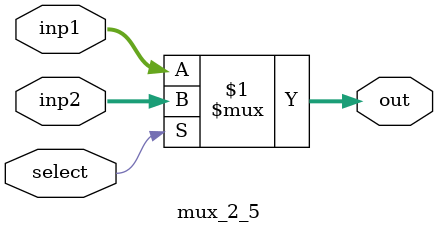
<source format=sv>
`timescale 1ns/1ns
module mux_2_5(input [4:0] inp1, inp2,input select, output[4:0] out);
  assign out = select ? inp2 : inp1;
endmodule


</source>
